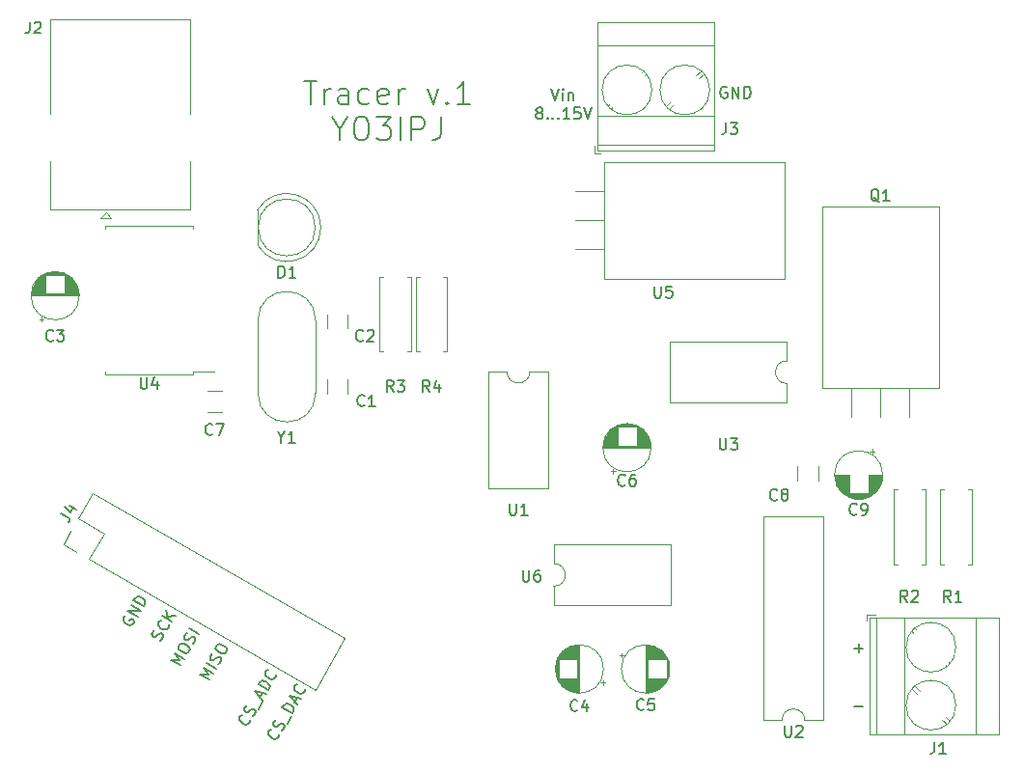
<source format=gto>
G04 #@! TF.GenerationSoftware,KiCad,Pcbnew,5.1.2-f72e74a~84~ubuntu18.04.1*
G04 #@! TF.CreationDate,2019-07-29T23:39:44+03:00*
G04 #@! TF.ProjectId,tracer,74726163-6572-42e6-9b69-6361645f7063,rev?*
G04 #@! TF.SameCoordinates,Original*
G04 #@! TF.FileFunction,Legend,Top*
G04 #@! TF.FilePolarity,Positive*
%FSLAX46Y46*%
G04 Gerber Fmt 4.6, Leading zero omitted, Abs format (unit mm)*
G04 Created by KiCad (PCBNEW 5.1.2-f72e74a~84~ubuntu18.04.1) date 2019-07-29 23:39:44*
%MOMM*%
%LPD*%
G04 APERTURE LIST*
%ADD10C,0.150000*%
%ADD11C,0.120000*%
G04 APERTURE END LIST*
D10*
X89491199Y-153655002D02*
X89508629Y-153720051D01*
X89478440Y-153867578D01*
X89430821Y-153950057D01*
X89318153Y-154049965D01*
X89188055Y-154084825D01*
X89081767Y-154078445D01*
X88893000Y-154024446D01*
X88769282Y-153953018D01*
X88628134Y-153816540D01*
X88569465Y-153727682D01*
X88534606Y-153597584D01*
X88564795Y-153450057D01*
X88612414Y-153367578D01*
X88725082Y-153267670D01*
X88790131Y-153250240D01*
X89722915Y-153348897D02*
X89835582Y-153248989D01*
X89954630Y-153042792D01*
X89961010Y-152936504D01*
X89943580Y-152871455D01*
X89884911Y-152782597D01*
X89802432Y-152734978D01*
X89696144Y-152728598D01*
X89631095Y-152746028D01*
X89542237Y-152804697D01*
X89405760Y-152945845D01*
X89316901Y-153004514D01*
X89251852Y-153021944D01*
X89145564Y-153015564D01*
X89063086Y-152967945D01*
X89004417Y-152879086D01*
X88986987Y-152814038D01*
X88993367Y-152707749D01*
X89112414Y-152501553D01*
X89225082Y-152401645D01*
X90227585Y-152760497D02*
X90608537Y-152100668D01*
X90645106Y-151846852D02*
X89779081Y-151346852D01*
X89898128Y-151140656D01*
X90010796Y-151040747D01*
X90140894Y-151005888D01*
X90247182Y-151012268D01*
X90435949Y-151066266D01*
X90559667Y-151137695D01*
X90700814Y-151274172D01*
X90759484Y-151363031D01*
X90794343Y-151493128D01*
X90764154Y-151640656D01*
X90645106Y-151846852D01*
X90873861Y-150879209D02*
X91111956Y-150466816D01*
X91073678Y-151104545D02*
X90374319Y-150315870D01*
X91407011Y-150527195D01*
X91776913Y-149696029D02*
X91794343Y-149761078D01*
X91764154Y-149908605D01*
X91716535Y-149991084D01*
X91603867Y-150090992D01*
X91473769Y-150125852D01*
X91367481Y-150119472D01*
X91178714Y-150065473D01*
X91054996Y-149994045D01*
X90913849Y-149857567D01*
X90855180Y-149768709D01*
X90820320Y-149638611D01*
X90850509Y-149491084D01*
X90898128Y-149408605D01*
X91010796Y-149308697D01*
X91075845Y-149291267D01*
X86951199Y-152385002D02*
X86968629Y-152450051D01*
X86938440Y-152597578D01*
X86890821Y-152680057D01*
X86778153Y-152779965D01*
X86648055Y-152814825D01*
X86541767Y-152808445D01*
X86353000Y-152754446D01*
X86229282Y-152683018D01*
X86088134Y-152546540D01*
X86029465Y-152457682D01*
X85994606Y-152327584D01*
X86024795Y-152180057D01*
X86072414Y-152097578D01*
X86185082Y-151997670D01*
X86250131Y-151980240D01*
X87182915Y-152078897D02*
X87295582Y-151978989D01*
X87414630Y-151772792D01*
X87421010Y-151666504D01*
X87403580Y-151601455D01*
X87344911Y-151512597D01*
X87262432Y-151464978D01*
X87156144Y-151458598D01*
X87091095Y-151476028D01*
X87002237Y-151534697D01*
X86865760Y-151675845D01*
X86776901Y-151734514D01*
X86711852Y-151751944D01*
X86605564Y-151745564D01*
X86523086Y-151697945D01*
X86464417Y-151609086D01*
X86446987Y-151544038D01*
X86453367Y-151437749D01*
X86572414Y-151231553D01*
X86685082Y-151131645D01*
X87687585Y-151490497D02*
X88068537Y-150830668D01*
X87833861Y-150475235D02*
X88071956Y-150062842D01*
X88033678Y-150700570D02*
X87334319Y-149911895D01*
X88367011Y-150123220D01*
X88533678Y-149834545D02*
X87667652Y-149334545D01*
X87786700Y-149128348D01*
X87899368Y-149028440D01*
X88029465Y-148993580D01*
X88135754Y-148999960D01*
X88324520Y-149053959D01*
X88448238Y-149125388D01*
X88589386Y-149261865D01*
X88648055Y-149350723D01*
X88682915Y-149480821D01*
X88652725Y-149628348D01*
X88533678Y-149834545D01*
X89236913Y-148426029D02*
X89254343Y-148491078D01*
X89224154Y-148638605D01*
X89176535Y-148721084D01*
X89063867Y-148820992D01*
X88933769Y-148855852D01*
X88827481Y-148849472D01*
X88638714Y-148795473D01*
X88514996Y-148724045D01*
X88373849Y-148587567D01*
X88315180Y-148498709D01*
X88280320Y-148368611D01*
X88310509Y-148221084D01*
X88358128Y-148138605D01*
X88470796Y-148038697D01*
X88535845Y-148021267D01*
X83426059Y-148907087D02*
X82560033Y-148407087D01*
X83345289Y-148475555D01*
X82893367Y-147829737D01*
X83759392Y-148329737D01*
X83997487Y-147917344D02*
X83131462Y-147417344D01*
X84170534Y-147522380D02*
X84283201Y-147422472D01*
X84402249Y-147216276D01*
X84408629Y-147109987D01*
X84391199Y-147044939D01*
X84332530Y-146956080D01*
X84250051Y-146908461D01*
X84143763Y-146902081D01*
X84078714Y-146919511D01*
X83989856Y-146978180D01*
X83853379Y-147119328D01*
X83764520Y-147177997D01*
X83699471Y-147195427D01*
X83593183Y-147189047D01*
X83510705Y-147141428D01*
X83452036Y-147052570D01*
X83434606Y-146987521D01*
X83440986Y-146881233D01*
X83560033Y-146675036D01*
X83672701Y-146575128D01*
X83940986Y-146015207D02*
X84036224Y-145850250D01*
X84125082Y-145791581D01*
X84255180Y-145756721D01*
X84443946Y-145810720D01*
X84732622Y-145977387D01*
X84873769Y-146113864D01*
X84908629Y-146243962D01*
X84902249Y-146350250D01*
X84807011Y-146515207D01*
X84718153Y-146573876D01*
X84588055Y-146608736D01*
X84399288Y-146554737D01*
X84110613Y-146388071D01*
X83969465Y-146251593D01*
X83934606Y-146121495D01*
X83940986Y-146015207D01*
X80886059Y-147637087D02*
X80020033Y-147137087D01*
X80805289Y-147205555D01*
X80353367Y-146559737D01*
X81219392Y-147059737D01*
X80686700Y-145982387D02*
X80781938Y-145817429D01*
X80870796Y-145758760D01*
X81000894Y-145723901D01*
X81189661Y-145777899D01*
X81478336Y-145944566D01*
X81619484Y-146081043D01*
X81654343Y-146211141D01*
X81647963Y-146317429D01*
X81552725Y-146482387D01*
X81463867Y-146541056D01*
X81333769Y-146575915D01*
X81145003Y-146521916D01*
X80856327Y-146355250D01*
X80715180Y-146218772D01*
X80680320Y-146088675D01*
X80686700Y-145982387D01*
X81916248Y-145757509D02*
X82028916Y-145657600D01*
X82147963Y-145451404D01*
X82154343Y-145345116D01*
X82136913Y-145280067D01*
X82078244Y-145191209D01*
X81995766Y-145143590D01*
X81889478Y-145137210D01*
X81824429Y-145154640D01*
X81735570Y-145213309D01*
X81599093Y-145354456D01*
X81510235Y-145413125D01*
X81445186Y-145430555D01*
X81338898Y-145424175D01*
X81256419Y-145376556D01*
X81197750Y-145287698D01*
X81180320Y-145222649D01*
X81186700Y-145116361D01*
X81305747Y-144910165D01*
X81418415Y-144810256D01*
X82457487Y-144915293D02*
X81591462Y-144415293D01*
X79082676Y-145460842D02*
X79195344Y-145360933D01*
X79314392Y-145154737D01*
X79320772Y-145048449D01*
X79303342Y-144983400D01*
X79244673Y-144894541D01*
X79162194Y-144846922D01*
X79055906Y-144840543D01*
X78990857Y-144857972D01*
X78901999Y-144916642D01*
X78765521Y-145057789D01*
X78676663Y-145116458D01*
X78611614Y-145133888D01*
X78505326Y-145127508D01*
X78422848Y-145079889D01*
X78364178Y-144991031D01*
X78346749Y-144925982D01*
X78353128Y-144819694D01*
X78472176Y-144613497D01*
X78584844Y-144513589D01*
X79827151Y-144076135D02*
X79844581Y-144141184D01*
X79814392Y-144288711D01*
X79766773Y-144371190D01*
X79654105Y-144471098D01*
X79524007Y-144505958D01*
X79417719Y-144499578D01*
X79228952Y-144445579D01*
X79105235Y-144374151D01*
X78964087Y-144237673D01*
X78905418Y-144148815D01*
X78870558Y-144018717D01*
X78900747Y-143871190D01*
X78948367Y-143788711D01*
X79061034Y-143688803D01*
X79126083Y-143671373D01*
X80123916Y-143752600D02*
X79257890Y-143252600D01*
X80409630Y-143257729D02*
X79700473Y-143343168D01*
X79543605Y-142757729D02*
X79752762Y-143538315D01*
X76021034Y-143284828D02*
X75932176Y-143343497D01*
X75860747Y-143467215D01*
X75830558Y-143614743D01*
X75865418Y-143744840D01*
X75924087Y-143833699D01*
X76065235Y-143970176D01*
X76188952Y-144041605D01*
X76377719Y-144095604D01*
X76484007Y-144101983D01*
X76614105Y-144067124D01*
X76726773Y-143967215D01*
X76774392Y-143884737D01*
X76804581Y-143737209D01*
X76787151Y-143672161D01*
X76498476Y-143505494D01*
X76403238Y-143670451D01*
X77083916Y-143348626D02*
X76217890Y-142848626D01*
X77369630Y-142853754D01*
X76503605Y-142353754D01*
X77607725Y-142441361D02*
X76741700Y-141941361D01*
X76860747Y-141735165D01*
X76973415Y-141635256D01*
X77103513Y-141600397D01*
X77209801Y-141606776D01*
X77398568Y-141660775D01*
X77522286Y-141732204D01*
X77663434Y-141868681D01*
X77722103Y-141957539D01*
X77756962Y-142087637D01*
X77726773Y-142235165D01*
X77607725Y-142441361D01*
X139954047Y-151201428D02*
X140715952Y-151201428D01*
X139954047Y-146121428D02*
X140715952Y-146121428D01*
X140335000Y-146502380D02*
X140335000Y-145740476D01*
X113403190Y-97052380D02*
X113736523Y-98052380D01*
X114069857Y-97052380D01*
X114403190Y-98052380D02*
X114403190Y-97385714D01*
X114403190Y-97052380D02*
X114355571Y-97100000D01*
X114403190Y-97147619D01*
X114450809Y-97100000D01*
X114403190Y-97052380D01*
X114403190Y-97147619D01*
X114879380Y-97385714D02*
X114879380Y-98052380D01*
X114879380Y-97480952D02*
X114927000Y-97433333D01*
X115022238Y-97385714D01*
X115165095Y-97385714D01*
X115260333Y-97433333D01*
X115307952Y-97528571D01*
X115307952Y-98052380D01*
X112236523Y-99130952D02*
X112141285Y-99083333D01*
X112093666Y-99035714D01*
X112046047Y-98940476D01*
X112046047Y-98892857D01*
X112093666Y-98797619D01*
X112141285Y-98750000D01*
X112236523Y-98702380D01*
X112427000Y-98702380D01*
X112522238Y-98750000D01*
X112569857Y-98797619D01*
X112617476Y-98892857D01*
X112617476Y-98940476D01*
X112569857Y-99035714D01*
X112522238Y-99083333D01*
X112427000Y-99130952D01*
X112236523Y-99130952D01*
X112141285Y-99178571D01*
X112093666Y-99226190D01*
X112046047Y-99321428D01*
X112046047Y-99511904D01*
X112093666Y-99607142D01*
X112141285Y-99654761D01*
X112236523Y-99702380D01*
X112427000Y-99702380D01*
X112522238Y-99654761D01*
X112569857Y-99607142D01*
X112617476Y-99511904D01*
X112617476Y-99321428D01*
X112569857Y-99226190D01*
X112522238Y-99178571D01*
X112427000Y-99130952D01*
X113046047Y-99607142D02*
X113093666Y-99654761D01*
X113046047Y-99702380D01*
X112998428Y-99654761D01*
X113046047Y-99607142D01*
X113046047Y-99702380D01*
X113522238Y-99607142D02*
X113569857Y-99654761D01*
X113522238Y-99702380D01*
X113474619Y-99654761D01*
X113522238Y-99607142D01*
X113522238Y-99702380D01*
X113998428Y-99607142D02*
X114046047Y-99654761D01*
X113998428Y-99702380D01*
X113950809Y-99654761D01*
X113998428Y-99607142D01*
X113998428Y-99702380D01*
X114998428Y-99702380D02*
X114427000Y-99702380D01*
X114712714Y-99702380D02*
X114712714Y-98702380D01*
X114617476Y-98845238D01*
X114522238Y-98940476D01*
X114427000Y-98988095D01*
X115903190Y-98702380D02*
X115427000Y-98702380D01*
X115379380Y-99178571D01*
X115427000Y-99130952D01*
X115522238Y-99083333D01*
X115760333Y-99083333D01*
X115855571Y-99130952D01*
X115903190Y-99178571D01*
X115950809Y-99273809D01*
X115950809Y-99511904D01*
X115903190Y-99607142D01*
X115855571Y-99654761D01*
X115760333Y-99702380D01*
X115522238Y-99702380D01*
X115427000Y-99654761D01*
X115379380Y-99607142D01*
X116236523Y-98702380D02*
X116569857Y-99702380D01*
X116903190Y-98702380D01*
X128778095Y-96909000D02*
X128682857Y-96861380D01*
X128540000Y-96861380D01*
X128397142Y-96909000D01*
X128301904Y-97004238D01*
X128254285Y-97099476D01*
X128206666Y-97289952D01*
X128206666Y-97432809D01*
X128254285Y-97623285D01*
X128301904Y-97718523D01*
X128397142Y-97813761D01*
X128540000Y-97861380D01*
X128635238Y-97861380D01*
X128778095Y-97813761D01*
X128825714Y-97766142D01*
X128825714Y-97432809D01*
X128635238Y-97432809D01*
X129254285Y-97861380D02*
X129254285Y-96861380D01*
X129825714Y-97861380D01*
X129825714Y-96861380D01*
X130301904Y-97861380D02*
X130301904Y-96861380D01*
X130540000Y-96861380D01*
X130682857Y-96909000D01*
X130778095Y-97004238D01*
X130825714Y-97099476D01*
X130873333Y-97289952D01*
X130873333Y-97432809D01*
X130825714Y-97623285D01*
X130778095Y-97718523D01*
X130682857Y-97813761D01*
X130540000Y-97861380D01*
X130301904Y-97861380D01*
X91679047Y-96389761D02*
X92821904Y-96389761D01*
X92250476Y-98389761D02*
X92250476Y-96389761D01*
X93488571Y-98389761D02*
X93488571Y-97056428D01*
X93488571Y-97437380D02*
X93583809Y-97246904D01*
X93679047Y-97151666D01*
X93869523Y-97056428D01*
X94060000Y-97056428D01*
X95583809Y-98389761D02*
X95583809Y-97342142D01*
X95488571Y-97151666D01*
X95298095Y-97056428D01*
X94917142Y-97056428D01*
X94726666Y-97151666D01*
X95583809Y-98294523D02*
X95393333Y-98389761D01*
X94917142Y-98389761D01*
X94726666Y-98294523D01*
X94631428Y-98104047D01*
X94631428Y-97913571D01*
X94726666Y-97723095D01*
X94917142Y-97627857D01*
X95393333Y-97627857D01*
X95583809Y-97532619D01*
X97393333Y-98294523D02*
X97202857Y-98389761D01*
X96821904Y-98389761D01*
X96631428Y-98294523D01*
X96536190Y-98199285D01*
X96440952Y-98008809D01*
X96440952Y-97437380D01*
X96536190Y-97246904D01*
X96631428Y-97151666D01*
X96821904Y-97056428D01*
X97202857Y-97056428D01*
X97393333Y-97151666D01*
X99012380Y-98294523D02*
X98821904Y-98389761D01*
X98440952Y-98389761D01*
X98250476Y-98294523D01*
X98155238Y-98104047D01*
X98155238Y-97342142D01*
X98250476Y-97151666D01*
X98440952Y-97056428D01*
X98821904Y-97056428D01*
X99012380Y-97151666D01*
X99107619Y-97342142D01*
X99107619Y-97532619D01*
X98155238Y-97723095D01*
X99964761Y-98389761D02*
X99964761Y-97056428D01*
X99964761Y-97437380D02*
X100060000Y-97246904D01*
X100155238Y-97151666D01*
X100345714Y-97056428D01*
X100536190Y-97056428D01*
X102536190Y-97056428D02*
X103012380Y-98389761D01*
X103488571Y-97056428D01*
X104250476Y-98199285D02*
X104345714Y-98294523D01*
X104250476Y-98389761D01*
X104155238Y-98294523D01*
X104250476Y-98199285D01*
X104250476Y-98389761D01*
X106250476Y-98389761D02*
X105107619Y-98389761D01*
X105679047Y-98389761D02*
X105679047Y-96389761D01*
X105488571Y-96675476D01*
X105298095Y-96865952D01*
X105107619Y-96961190D01*
X94821904Y-100587380D02*
X94821904Y-101539761D01*
X94155238Y-99539761D02*
X94821904Y-100587380D01*
X95488571Y-99539761D01*
X96536190Y-99539761D02*
X96917142Y-99539761D01*
X97107619Y-99635000D01*
X97298095Y-99825476D01*
X97393333Y-100206428D01*
X97393333Y-100873095D01*
X97298095Y-101254047D01*
X97107619Y-101444523D01*
X96917142Y-101539761D01*
X96536190Y-101539761D01*
X96345714Y-101444523D01*
X96155238Y-101254047D01*
X96060000Y-100873095D01*
X96060000Y-100206428D01*
X96155238Y-99825476D01*
X96345714Y-99635000D01*
X96536190Y-99539761D01*
X98060000Y-99539761D02*
X99298095Y-99539761D01*
X98631428Y-100301666D01*
X98917142Y-100301666D01*
X99107619Y-100396904D01*
X99202857Y-100492142D01*
X99298095Y-100682619D01*
X99298095Y-101158809D01*
X99202857Y-101349285D01*
X99107619Y-101444523D01*
X98917142Y-101539761D01*
X98345714Y-101539761D01*
X98155238Y-101444523D01*
X98060000Y-101349285D01*
X100155238Y-101539761D02*
X100155238Y-99539761D01*
X101107619Y-101539761D02*
X101107619Y-99539761D01*
X101869523Y-99539761D01*
X102060000Y-99635000D01*
X102155238Y-99730238D01*
X102250476Y-99920714D01*
X102250476Y-100206428D01*
X102155238Y-100396904D01*
X102060000Y-100492142D01*
X101869523Y-100587380D01*
X101107619Y-100587380D01*
X103679047Y-99539761D02*
X103679047Y-100968333D01*
X103583809Y-101254047D01*
X103393333Y-101444523D01*
X103107619Y-101539761D01*
X102917142Y-101539761D01*
D11*
X70573186Y-137011814D02*
X71238186Y-135860000D01*
X71725000Y-137676814D02*
X70573186Y-137011814D01*
X71873186Y-134760148D02*
X73173186Y-132508482D01*
X74124852Y-136060148D02*
X71873186Y-134760148D01*
X72824852Y-138311814D02*
X74124852Y-136060148D01*
X73173186Y-132508482D02*
X95274155Y-145268482D01*
X72824852Y-138311814D02*
X92674155Y-149771814D01*
X92674155Y-149771814D02*
X95274155Y-145268482D01*
X134045000Y-124570000D02*
X134045000Y-122920000D01*
X123765000Y-124570000D02*
X134045000Y-124570000D01*
X123765000Y-119270000D02*
X123765000Y-124570000D01*
X134045000Y-119270000D02*
X123765000Y-119270000D01*
X134045000Y-120920000D02*
X134045000Y-119270000D01*
X134045000Y-122920000D02*
G75*
G02X134045000Y-120920000I0J1000000D01*
G01*
X141730000Y-128855199D02*
X141330000Y-128855199D01*
X141530000Y-128655199D02*
X141530000Y-129055199D01*
X140705000Y-133006000D02*
X139965000Y-133006000D01*
X140872000Y-132966000D02*
X139798000Y-132966000D01*
X140999000Y-132926000D02*
X139671000Y-132926000D01*
X141103000Y-132886000D02*
X139567000Y-132886000D01*
X141194000Y-132846000D02*
X139476000Y-132846000D01*
X141275000Y-132806000D02*
X139395000Y-132806000D01*
X141348000Y-132766000D02*
X139322000Y-132766000D01*
X141415000Y-132726000D02*
X139255000Y-132726000D01*
X141477000Y-132686000D02*
X139193000Y-132686000D01*
X141535000Y-132646000D02*
X139135000Y-132646000D01*
X141589000Y-132606000D02*
X139081000Y-132606000D01*
X141639000Y-132566000D02*
X139031000Y-132566000D01*
X141686000Y-132526000D02*
X138984000Y-132526000D01*
X139495000Y-132486000D02*
X138939000Y-132486000D01*
X141731000Y-132486000D02*
X141175000Y-132486000D01*
X139495000Y-132446000D02*
X138897000Y-132446000D01*
X141773000Y-132446000D02*
X141175000Y-132446000D01*
X139495000Y-132406000D02*
X138857000Y-132406000D01*
X141813000Y-132406000D02*
X141175000Y-132406000D01*
X139495000Y-132366000D02*
X138819000Y-132366000D01*
X141851000Y-132366000D02*
X141175000Y-132366000D01*
X139495000Y-132326000D02*
X138783000Y-132326000D01*
X141887000Y-132326000D02*
X141175000Y-132326000D01*
X139495000Y-132286000D02*
X138748000Y-132286000D01*
X141922000Y-132286000D02*
X141175000Y-132286000D01*
X139495000Y-132246000D02*
X138716000Y-132246000D01*
X141954000Y-132246000D02*
X141175000Y-132246000D01*
X139495000Y-132206000D02*
X138685000Y-132206000D01*
X141985000Y-132206000D02*
X141175000Y-132206000D01*
X139495000Y-132166000D02*
X138655000Y-132166000D01*
X142015000Y-132166000D02*
X141175000Y-132166000D01*
X139495000Y-132126000D02*
X138627000Y-132126000D01*
X142043000Y-132126000D02*
X141175000Y-132126000D01*
X139495000Y-132086000D02*
X138600000Y-132086000D01*
X142070000Y-132086000D02*
X141175000Y-132086000D01*
X139495000Y-132046000D02*
X138575000Y-132046000D01*
X142095000Y-132046000D02*
X141175000Y-132046000D01*
X139495000Y-132006000D02*
X138550000Y-132006000D01*
X142120000Y-132006000D02*
X141175000Y-132006000D01*
X139495000Y-131966000D02*
X138527000Y-131966000D01*
X142143000Y-131966000D02*
X141175000Y-131966000D01*
X139495000Y-131926000D02*
X138505000Y-131926000D01*
X142165000Y-131926000D02*
X141175000Y-131926000D01*
X139495000Y-131886000D02*
X138484000Y-131886000D01*
X142186000Y-131886000D02*
X141175000Y-131886000D01*
X139495000Y-131846000D02*
X138465000Y-131846000D01*
X142205000Y-131846000D02*
X141175000Y-131846000D01*
X139495000Y-131806000D02*
X138446000Y-131806000D01*
X142224000Y-131806000D02*
X141175000Y-131806000D01*
X139495000Y-131766000D02*
X138428000Y-131766000D01*
X142242000Y-131766000D02*
X141175000Y-131766000D01*
X139495000Y-131726000D02*
X138411000Y-131726000D01*
X142259000Y-131726000D02*
X141175000Y-131726000D01*
X139495000Y-131686000D02*
X138395000Y-131686000D01*
X142275000Y-131686000D02*
X141175000Y-131686000D01*
X139495000Y-131646000D02*
X138381000Y-131646000D01*
X142289000Y-131646000D02*
X141175000Y-131646000D01*
X139495000Y-131605000D02*
X138367000Y-131605000D01*
X142303000Y-131605000D02*
X141175000Y-131605000D01*
X139495000Y-131565000D02*
X138353000Y-131565000D01*
X142317000Y-131565000D02*
X141175000Y-131565000D01*
X139495000Y-131525000D02*
X138341000Y-131525000D01*
X142329000Y-131525000D02*
X141175000Y-131525000D01*
X139495000Y-131485000D02*
X138330000Y-131485000D01*
X142340000Y-131485000D02*
X141175000Y-131485000D01*
X139495000Y-131445000D02*
X138319000Y-131445000D01*
X142351000Y-131445000D02*
X141175000Y-131445000D01*
X139495000Y-131405000D02*
X138310000Y-131405000D01*
X142360000Y-131405000D02*
X141175000Y-131405000D01*
X139495000Y-131365000D02*
X138301000Y-131365000D01*
X142369000Y-131365000D02*
X141175000Y-131365000D01*
X139495000Y-131325000D02*
X138293000Y-131325000D01*
X142377000Y-131325000D02*
X141175000Y-131325000D01*
X139495000Y-131285000D02*
X138285000Y-131285000D01*
X142385000Y-131285000D02*
X141175000Y-131285000D01*
X139495000Y-131245000D02*
X138279000Y-131245000D01*
X142391000Y-131245000D02*
X141175000Y-131245000D01*
X139495000Y-131205000D02*
X138273000Y-131205000D01*
X142397000Y-131205000D02*
X141175000Y-131205000D01*
X139495000Y-131165000D02*
X138268000Y-131165000D01*
X142402000Y-131165000D02*
X141175000Y-131165000D01*
X139495000Y-131125000D02*
X138264000Y-131125000D01*
X142406000Y-131125000D02*
X141175000Y-131125000D01*
X139495000Y-131085000D02*
X138261000Y-131085000D01*
X142409000Y-131085000D02*
X141175000Y-131085000D01*
X139495000Y-131045000D02*
X138258000Y-131045000D01*
X142412000Y-131045000D02*
X141175000Y-131045000D01*
X142414000Y-131005000D02*
X141175000Y-131005000D01*
X139495000Y-131005000D02*
X138256000Y-131005000D01*
X142415000Y-130965000D02*
X141175000Y-130965000D01*
X139495000Y-130965000D02*
X138255000Y-130965000D01*
X142415000Y-130925000D02*
X141175000Y-130925000D01*
X139495000Y-130925000D02*
X138255000Y-130925000D01*
X142455000Y-130925000D02*
G75*
G03X142455000Y-130925000I-2120000J0D01*
G01*
X136810000Y-131459000D02*
X136810000Y-130201000D01*
X134970000Y-131459000D02*
X134970000Y-130201000D01*
X83211000Y-125380000D02*
X84469000Y-125380000D01*
X83211000Y-123540000D02*
X84469000Y-123540000D01*
X117175000Y-102755000D02*
X117675000Y-102755000D01*
X117175000Y-102015000D02*
X117175000Y-102755000D01*
X123837000Y-98147000D02*
X123442000Y-98543000D01*
X126483000Y-95501000D02*
X126103000Y-95881000D01*
X124088000Y-98429000D02*
X123708000Y-98809000D01*
X126749000Y-95767000D02*
X126354000Y-96163000D01*
X118467000Y-98436000D02*
X118361000Y-98543000D01*
X121403000Y-95501000D02*
X121296000Y-95608000D01*
X118733000Y-98702000D02*
X118627000Y-98809000D01*
X121669000Y-95767000D02*
X121562000Y-95874000D01*
X127695000Y-91195000D02*
X127695000Y-102515000D01*
X117415000Y-91195000D02*
X117415000Y-102515000D01*
X117415000Y-102515000D02*
X127695000Y-102515000D01*
X117415000Y-91195000D02*
X127695000Y-91195000D01*
X117415000Y-93255000D02*
X127695000Y-93255000D01*
X117415000Y-99455000D02*
X127695000Y-99455000D01*
X117415000Y-101955000D02*
X127695000Y-101955000D01*
X127275000Y-97155000D02*
G75*
G03X127275000Y-97155000I-2180000J0D01*
G01*
X122195000Y-97155000D02*
G75*
G03X122195000Y-97155000I-2180000J0D01*
G01*
X141085000Y-143210000D02*
X141085000Y-143710000D01*
X141825000Y-143210000D02*
X141085000Y-143210000D01*
X145693000Y-149872000D02*
X145297000Y-149477000D01*
X148339000Y-152518000D02*
X147959000Y-152138000D01*
X145411000Y-150123000D02*
X145031000Y-149743000D01*
X148073000Y-152784000D02*
X147677000Y-152389000D01*
X145404000Y-144502000D02*
X145297000Y-144396000D01*
X148339000Y-147438000D02*
X148232000Y-147331000D01*
X145138000Y-144768000D02*
X145031000Y-144662000D01*
X148073000Y-147704000D02*
X147966000Y-147597000D01*
X152645000Y-153730000D02*
X141325000Y-153730000D01*
X152645000Y-143450000D02*
X141325000Y-143450000D01*
X141325000Y-143450000D02*
X141325000Y-153730000D01*
X152645000Y-143450000D02*
X152645000Y-153730000D01*
X150585000Y-143450000D02*
X150585000Y-153730000D01*
X144385000Y-143450000D02*
X144385000Y-153730000D01*
X141885000Y-143450000D02*
X141885000Y-153730000D01*
X148865000Y-151130000D02*
G75*
G03X148865000Y-151130000I-2180000J0D01*
G01*
X148865000Y-146050000D02*
G75*
G03X148865000Y-146050000I-2180000J0D01*
G01*
X118620000Y-130609801D02*
X119020000Y-130609801D01*
X118820000Y-130809801D02*
X118820000Y-130409801D01*
X119645000Y-126459000D02*
X120385000Y-126459000D01*
X119478000Y-126499000D02*
X120552000Y-126499000D01*
X119351000Y-126539000D02*
X120679000Y-126539000D01*
X119247000Y-126579000D02*
X120783000Y-126579000D01*
X119156000Y-126619000D02*
X120874000Y-126619000D01*
X119075000Y-126659000D02*
X120955000Y-126659000D01*
X119002000Y-126699000D02*
X121028000Y-126699000D01*
X120855000Y-126739000D02*
X121095000Y-126739000D01*
X118935000Y-126739000D02*
X119175000Y-126739000D01*
X120855000Y-126779000D02*
X121157000Y-126779000D01*
X118873000Y-126779000D02*
X119175000Y-126779000D01*
X120855000Y-126819000D02*
X121215000Y-126819000D01*
X118815000Y-126819000D02*
X119175000Y-126819000D01*
X120855000Y-126859000D02*
X121269000Y-126859000D01*
X118761000Y-126859000D02*
X119175000Y-126859000D01*
X120855000Y-126899000D02*
X121319000Y-126899000D01*
X118711000Y-126899000D02*
X119175000Y-126899000D01*
X120855000Y-126939000D02*
X121366000Y-126939000D01*
X118664000Y-126939000D02*
X119175000Y-126939000D01*
X120855000Y-126979000D02*
X121411000Y-126979000D01*
X118619000Y-126979000D02*
X119175000Y-126979000D01*
X120855000Y-127019000D02*
X121453000Y-127019000D01*
X118577000Y-127019000D02*
X119175000Y-127019000D01*
X120855000Y-127059000D02*
X121493000Y-127059000D01*
X118537000Y-127059000D02*
X119175000Y-127059000D01*
X120855000Y-127099000D02*
X121531000Y-127099000D01*
X118499000Y-127099000D02*
X119175000Y-127099000D01*
X120855000Y-127139000D02*
X121567000Y-127139000D01*
X118463000Y-127139000D02*
X119175000Y-127139000D01*
X120855000Y-127179000D02*
X121602000Y-127179000D01*
X118428000Y-127179000D02*
X119175000Y-127179000D01*
X120855000Y-127219000D02*
X121634000Y-127219000D01*
X118396000Y-127219000D02*
X119175000Y-127219000D01*
X120855000Y-127259000D02*
X121665000Y-127259000D01*
X118365000Y-127259000D02*
X119175000Y-127259000D01*
X120855000Y-127299000D02*
X121695000Y-127299000D01*
X118335000Y-127299000D02*
X119175000Y-127299000D01*
X120855000Y-127339000D02*
X121723000Y-127339000D01*
X118307000Y-127339000D02*
X119175000Y-127339000D01*
X120855000Y-127379000D02*
X121750000Y-127379000D01*
X118280000Y-127379000D02*
X119175000Y-127379000D01*
X120855000Y-127419000D02*
X121775000Y-127419000D01*
X118255000Y-127419000D02*
X119175000Y-127419000D01*
X120855000Y-127459000D02*
X121800000Y-127459000D01*
X118230000Y-127459000D02*
X119175000Y-127459000D01*
X120855000Y-127499000D02*
X121823000Y-127499000D01*
X118207000Y-127499000D02*
X119175000Y-127499000D01*
X120855000Y-127539000D02*
X121845000Y-127539000D01*
X118185000Y-127539000D02*
X119175000Y-127539000D01*
X120855000Y-127579000D02*
X121866000Y-127579000D01*
X118164000Y-127579000D02*
X119175000Y-127579000D01*
X120855000Y-127619000D02*
X121885000Y-127619000D01*
X118145000Y-127619000D02*
X119175000Y-127619000D01*
X120855000Y-127659000D02*
X121904000Y-127659000D01*
X118126000Y-127659000D02*
X119175000Y-127659000D01*
X120855000Y-127699000D02*
X121922000Y-127699000D01*
X118108000Y-127699000D02*
X119175000Y-127699000D01*
X120855000Y-127739000D02*
X121939000Y-127739000D01*
X118091000Y-127739000D02*
X119175000Y-127739000D01*
X120855000Y-127779000D02*
X121955000Y-127779000D01*
X118075000Y-127779000D02*
X119175000Y-127779000D01*
X120855000Y-127819000D02*
X121969000Y-127819000D01*
X118061000Y-127819000D02*
X119175000Y-127819000D01*
X120855000Y-127860000D02*
X121983000Y-127860000D01*
X118047000Y-127860000D02*
X119175000Y-127860000D01*
X120855000Y-127900000D02*
X121997000Y-127900000D01*
X118033000Y-127900000D02*
X119175000Y-127900000D01*
X120855000Y-127940000D02*
X122009000Y-127940000D01*
X118021000Y-127940000D02*
X119175000Y-127940000D01*
X120855000Y-127980000D02*
X122020000Y-127980000D01*
X118010000Y-127980000D02*
X119175000Y-127980000D01*
X120855000Y-128020000D02*
X122031000Y-128020000D01*
X117999000Y-128020000D02*
X119175000Y-128020000D01*
X120855000Y-128060000D02*
X122040000Y-128060000D01*
X117990000Y-128060000D02*
X119175000Y-128060000D01*
X120855000Y-128100000D02*
X122049000Y-128100000D01*
X117981000Y-128100000D02*
X119175000Y-128100000D01*
X120855000Y-128140000D02*
X122057000Y-128140000D01*
X117973000Y-128140000D02*
X119175000Y-128140000D01*
X120855000Y-128180000D02*
X122065000Y-128180000D01*
X117965000Y-128180000D02*
X119175000Y-128180000D01*
X120855000Y-128220000D02*
X122071000Y-128220000D01*
X117959000Y-128220000D02*
X119175000Y-128220000D01*
X120855000Y-128260000D02*
X122077000Y-128260000D01*
X117953000Y-128260000D02*
X119175000Y-128260000D01*
X120855000Y-128300000D02*
X122082000Y-128300000D01*
X117948000Y-128300000D02*
X119175000Y-128300000D01*
X120855000Y-128340000D02*
X122086000Y-128340000D01*
X117944000Y-128340000D02*
X119175000Y-128340000D01*
X117941000Y-128380000D02*
X122089000Y-128380000D01*
X117938000Y-128420000D02*
X122092000Y-128420000D01*
X117936000Y-128460000D02*
X122094000Y-128460000D01*
X117935000Y-128500000D02*
X122095000Y-128500000D01*
X117935000Y-128540000D02*
X122095000Y-128540000D01*
X122135000Y-128540000D02*
G75*
G03X122135000Y-128540000I-2120000J0D01*
G01*
X119580199Y-146560000D02*
X119580199Y-146960000D01*
X119380199Y-146760000D02*
X119780199Y-146760000D01*
X123731000Y-147585000D02*
X123731000Y-148325000D01*
X123691000Y-147418000D02*
X123691000Y-148492000D01*
X123651000Y-147291000D02*
X123651000Y-148619000D01*
X123611000Y-147187000D02*
X123611000Y-148723000D01*
X123571000Y-147096000D02*
X123571000Y-148814000D01*
X123531000Y-147015000D02*
X123531000Y-148895000D01*
X123491000Y-146942000D02*
X123491000Y-148968000D01*
X123451000Y-148795000D02*
X123451000Y-149035000D01*
X123451000Y-146875000D02*
X123451000Y-147115000D01*
X123411000Y-148795000D02*
X123411000Y-149097000D01*
X123411000Y-146813000D02*
X123411000Y-147115000D01*
X123371000Y-148795000D02*
X123371000Y-149155000D01*
X123371000Y-146755000D02*
X123371000Y-147115000D01*
X123331000Y-148795000D02*
X123331000Y-149209000D01*
X123331000Y-146701000D02*
X123331000Y-147115000D01*
X123291000Y-148795000D02*
X123291000Y-149259000D01*
X123291000Y-146651000D02*
X123291000Y-147115000D01*
X123251000Y-148795000D02*
X123251000Y-149306000D01*
X123251000Y-146604000D02*
X123251000Y-147115000D01*
X123211000Y-148795000D02*
X123211000Y-149351000D01*
X123211000Y-146559000D02*
X123211000Y-147115000D01*
X123171000Y-148795000D02*
X123171000Y-149393000D01*
X123171000Y-146517000D02*
X123171000Y-147115000D01*
X123131000Y-148795000D02*
X123131000Y-149433000D01*
X123131000Y-146477000D02*
X123131000Y-147115000D01*
X123091000Y-148795000D02*
X123091000Y-149471000D01*
X123091000Y-146439000D02*
X123091000Y-147115000D01*
X123051000Y-148795000D02*
X123051000Y-149507000D01*
X123051000Y-146403000D02*
X123051000Y-147115000D01*
X123011000Y-148795000D02*
X123011000Y-149542000D01*
X123011000Y-146368000D02*
X123011000Y-147115000D01*
X122971000Y-148795000D02*
X122971000Y-149574000D01*
X122971000Y-146336000D02*
X122971000Y-147115000D01*
X122931000Y-148795000D02*
X122931000Y-149605000D01*
X122931000Y-146305000D02*
X122931000Y-147115000D01*
X122891000Y-148795000D02*
X122891000Y-149635000D01*
X122891000Y-146275000D02*
X122891000Y-147115000D01*
X122851000Y-148795000D02*
X122851000Y-149663000D01*
X122851000Y-146247000D02*
X122851000Y-147115000D01*
X122811000Y-148795000D02*
X122811000Y-149690000D01*
X122811000Y-146220000D02*
X122811000Y-147115000D01*
X122771000Y-148795000D02*
X122771000Y-149715000D01*
X122771000Y-146195000D02*
X122771000Y-147115000D01*
X122731000Y-148795000D02*
X122731000Y-149740000D01*
X122731000Y-146170000D02*
X122731000Y-147115000D01*
X122691000Y-148795000D02*
X122691000Y-149763000D01*
X122691000Y-146147000D02*
X122691000Y-147115000D01*
X122651000Y-148795000D02*
X122651000Y-149785000D01*
X122651000Y-146125000D02*
X122651000Y-147115000D01*
X122611000Y-148795000D02*
X122611000Y-149806000D01*
X122611000Y-146104000D02*
X122611000Y-147115000D01*
X122571000Y-148795000D02*
X122571000Y-149825000D01*
X122571000Y-146085000D02*
X122571000Y-147115000D01*
X122531000Y-148795000D02*
X122531000Y-149844000D01*
X122531000Y-146066000D02*
X122531000Y-147115000D01*
X122491000Y-148795000D02*
X122491000Y-149862000D01*
X122491000Y-146048000D02*
X122491000Y-147115000D01*
X122451000Y-148795000D02*
X122451000Y-149879000D01*
X122451000Y-146031000D02*
X122451000Y-147115000D01*
X122411000Y-148795000D02*
X122411000Y-149895000D01*
X122411000Y-146015000D02*
X122411000Y-147115000D01*
X122371000Y-148795000D02*
X122371000Y-149909000D01*
X122371000Y-146001000D02*
X122371000Y-147115000D01*
X122330000Y-148795000D02*
X122330000Y-149923000D01*
X122330000Y-145987000D02*
X122330000Y-147115000D01*
X122290000Y-148795000D02*
X122290000Y-149937000D01*
X122290000Y-145973000D02*
X122290000Y-147115000D01*
X122250000Y-148795000D02*
X122250000Y-149949000D01*
X122250000Y-145961000D02*
X122250000Y-147115000D01*
X122210000Y-148795000D02*
X122210000Y-149960000D01*
X122210000Y-145950000D02*
X122210000Y-147115000D01*
X122170000Y-148795000D02*
X122170000Y-149971000D01*
X122170000Y-145939000D02*
X122170000Y-147115000D01*
X122130000Y-148795000D02*
X122130000Y-149980000D01*
X122130000Y-145930000D02*
X122130000Y-147115000D01*
X122090000Y-148795000D02*
X122090000Y-149989000D01*
X122090000Y-145921000D02*
X122090000Y-147115000D01*
X122050000Y-148795000D02*
X122050000Y-149997000D01*
X122050000Y-145913000D02*
X122050000Y-147115000D01*
X122010000Y-148795000D02*
X122010000Y-150005000D01*
X122010000Y-145905000D02*
X122010000Y-147115000D01*
X121970000Y-148795000D02*
X121970000Y-150011000D01*
X121970000Y-145899000D02*
X121970000Y-147115000D01*
X121930000Y-148795000D02*
X121930000Y-150017000D01*
X121930000Y-145893000D02*
X121930000Y-147115000D01*
X121890000Y-148795000D02*
X121890000Y-150022000D01*
X121890000Y-145888000D02*
X121890000Y-147115000D01*
X121850000Y-148795000D02*
X121850000Y-150026000D01*
X121850000Y-145884000D02*
X121850000Y-147115000D01*
X121810000Y-145881000D02*
X121810000Y-150029000D01*
X121770000Y-145878000D02*
X121770000Y-150032000D01*
X121730000Y-145876000D02*
X121730000Y-150034000D01*
X121690000Y-145875000D02*
X121690000Y-150035000D01*
X121650000Y-145875000D02*
X121650000Y-150035000D01*
X123770000Y-147955000D02*
G75*
G03X123770000Y-147955000I-2120000J0D01*
G01*
X117909801Y-149350000D02*
X117909801Y-148950000D01*
X118109801Y-149150000D02*
X117709801Y-149150000D01*
X113759000Y-148325000D02*
X113759000Y-147585000D01*
X113799000Y-148492000D02*
X113799000Y-147418000D01*
X113839000Y-148619000D02*
X113839000Y-147291000D01*
X113879000Y-148723000D02*
X113879000Y-147187000D01*
X113919000Y-148814000D02*
X113919000Y-147096000D01*
X113959000Y-148895000D02*
X113959000Y-147015000D01*
X113999000Y-148968000D02*
X113999000Y-146942000D01*
X114039000Y-147115000D02*
X114039000Y-146875000D01*
X114039000Y-149035000D02*
X114039000Y-148795000D01*
X114079000Y-147115000D02*
X114079000Y-146813000D01*
X114079000Y-149097000D02*
X114079000Y-148795000D01*
X114119000Y-147115000D02*
X114119000Y-146755000D01*
X114119000Y-149155000D02*
X114119000Y-148795000D01*
X114159000Y-147115000D02*
X114159000Y-146701000D01*
X114159000Y-149209000D02*
X114159000Y-148795000D01*
X114199000Y-147115000D02*
X114199000Y-146651000D01*
X114199000Y-149259000D02*
X114199000Y-148795000D01*
X114239000Y-147115000D02*
X114239000Y-146604000D01*
X114239000Y-149306000D02*
X114239000Y-148795000D01*
X114279000Y-147115000D02*
X114279000Y-146559000D01*
X114279000Y-149351000D02*
X114279000Y-148795000D01*
X114319000Y-147115000D02*
X114319000Y-146517000D01*
X114319000Y-149393000D02*
X114319000Y-148795000D01*
X114359000Y-147115000D02*
X114359000Y-146477000D01*
X114359000Y-149433000D02*
X114359000Y-148795000D01*
X114399000Y-147115000D02*
X114399000Y-146439000D01*
X114399000Y-149471000D02*
X114399000Y-148795000D01*
X114439000Y-147115000D02*
X114439000Y-146403000D01*
X114439000Y-149507000D02*
X114439000Y-148795000D01*
X114479000Y-147115000D02*
X114479000Y-146368000D01*
X114479000Y-149542000D02*
X114479000Y-148795000D01*
X114519000Y-147115000D02*
X114519000Y-146336000D01*
X114519000Y-149574000D02*
X114519000Y-148795000D01*
X114559000Y-147115000D02*
X114559000Y-146305000D01*
X114559000Y-149605000D02*
X114559000Y-148795000D01*
X114599000Y-147115000D02*
X114599000Y-146275000D01*
X114599000Y-149635000D02*
X114599000Y-148795000D01*
X114639000Y-147115000D02*
X114639000Y-146247000D01*
X114639000Y-149663000D02*
X114639000Y-148795000D01*
X114679000Y-147115000D02*
X114679000Y-146220000D01*
X114679000Y-149690000D02*
X114679000Y-148795000D01*
X114719000Y-147115000D02*
X114719000Y-146195000D01*
X114719000Y-149715000D02*
X114719000Y-148795000D01*
X114759000Y-147115000D02*
X114759000Y-146170000D01*
X114759000Y-149740000D02*
X114759000Y-148795000D01*
X114799000Y-147115000D02*
X114799000Y-146147000D01*
X114799000Y-149763000D02*
X114799000Y-148795000D01*
X114839000Y-147115000D02*
X114839000Y-146125000D01*
X114839000Y-149785000D02*
X114839000Y-148795000D01*
X114879000Y-147115000D02*
X114879000Y-146104000D01*
X114879000Y-149806000D02*
X114879000Y-148795000D01*
X114919000Y-147115000D02*
X114919000Y-146085000D01*
X114919000Y-149825000D02*
X114919000Y-148795000D01*
X114959000Y-147115000D02*
X114959000Y-146066000D01*
X114959000Y-149844000D02*
X114959000Y-148795000D01*
X114999000Y-147115000D02*
X114999000Y-146048000D01*
X114999000Y-149862000D02*
X114999000Y-148795000D01*
X115039000Y-147115000D02*
X115039000Y-146031000D01*
X115039000Y-149879000D02*
X115039000Y-148795000D01*
X115079000Y-147115000D02*
X115079000Y-146015000D01*
X115079000Y-149895000D02*
X115079000Y-148795000D01*
X115119000Y-147115000D02*
X115119000Y-146001000D01*
X115119000Y-149909000D02*
X115119000Y-148795000D01*
X115160000Y-147115000D02*
X115160000Y-145987000D01*
X115160000Y-149923000D02*
X115160000Y-148795000D01*
X115200000Y-147115000D02*
X115200000Y-145973000D01*
X115200000Y-149937000D02*
X115200000Y-148795000D01*
X115240000Y-147115000D02*
X115240000Y-145961000D01*
X115240000Y-149949000D02*
X115240000Y-148795000D01*
X115280000Y-147115000D02*
X115280000Y-145950000D01*
X115280000Y-149960000D02*
X115280000Y-148795000D01*
X115320000Y-147115000D02*
X115320000Y-145939000D01*
X115320000Y-149971000D02*
X115320000Y-148795000D01*
X115360000Y-147115000D02*
X115360000Y-145930000D01*
X115360000Y-149980000D02*
X115360000Y-148795000D01*
X115400000Y-147115000D02*
X115400000Y-145921000D01*
X115400000Y-149989000D02*
X115400000Y-148795000D01*
X115440000Y-147115000D02*
X115440000Y-145913000D01*
X115440000Y-149997000D02*
X115440000Y-148795000D01*
X115480000Y-147115000D02*
X115480000Y-145905000D01*
X115480000Y-150005000D02*
X115480000Y-148795000D01*
X115520000Y-147115000D02*
X115520000Y-145899000D01*
X115520000Y-150011000D02*
X115520000Y-148795000D01*
X115560000Y-147115000D02*
X115560000Y-145893000D01*
X115560000Y-150017000D02*
X115560000Y-148795000D01*
X115600000Y-147115000D02*
X115600000Y-145888000D01*
X115600000Y-150022000D02*
X115600000Y-148795000D01*
X115640000Y-147115000D02*
X115640000Y-145884000D01*
X115640000Y-150026000D02*
X115640000Y-148795000D01*
X115680000Y-150029000D02*
X115680000Y-145881000D01*
X115720000Y-150032000D02*
X115720000Y-145878000D01*
X115760000Y-150034000D02*
X115760000Y-145876000D01*
X115800000Y-150035000D02*
X115800000Y-145875000D01*
X115840000Y-150035000D02*
X115840000Y-145875000D01*
X117960000Y-147955000D02*
G75*
G03X117960000Y-147955000I-2120000J0D01*
G01*
X95535000Y-118084000D02*
X95535000Y-116826000D01*
X93695000Y-118084000D02*
X93695000Y-116826000D01*
X95535000Y-123839000D02*
X95535000Y-122581000D01*
X93695000Y-123839000D02*
X93695000Y-122581000D01*
X87645000Y-123760000D02*
G75*
G03X92695000Y-123760000I2525000J0D01*
G01*
X87645000Y-117360000D02*
G75*
G02X92695000Y-117360000I2525000J0D01*
G01*
X87645000Y-117360000D02*
X87645000Y-123760000D01*
X92695000Y-117360000D02*
X92695000Y-123760000D01*
X74795000Y-108365000D02*
X74295000Y-107865000D01*
X73795000Y-108365000D02*
X74795000Y-108365000D01*
X74295000Y-107865000D02*
X73795000Y-108365000D01*
X81705000Y-90925000D02*
X81705000Y-99285000D01*
X69385000Y-90925000D02*
X81705000Y-90925000D01*
X69385000Y-99285000D02*
X69385000Y-90925000D01*
X81705000Y-107645000D02*
X81705000Y-103385000D01*
X69385000Y-107645000D02*
X81705000Y-107645000D01*
X69385000Y-103385000D02*
X69385000Y-107645000D01*
X68455000Y-117274801D02*
X68855000Y-117274801D01*
X68655000Y-117474801D02*
X68655000Y-117074801D01*
X69480000Y-113124000D02*
X70220000Y-113124000D01*
X69313000Y-113164000D02*
X70387000Y-113164000D01*
X69186000Y-113204000D02*
X70514000Y-113204000D01*
X69082000Y-113244000D02*
X70618000Y-113244000D01*
X68991000Y-113284000D02*
X70709000Y-113284000D01*
X68910000Y-113324000D02*
X70790000Y-113324000D01*
X68837000Y-113364000D02*
X70863000Y-113364000D01*
X70690000Y-113404000D02*
X70930000Y-113404000D01*
X68770000Y-113404000D02*
X69010000Y-113404000D01*
X70690000Y-113444000D02*
X70992000Y-113444000D01*
X68708000Y-113444000D02*
X69010000Y-113444000D01*
X70690000Y-113484000D02*
X71050000Y-113484000D01*
X68650000Y-113484000D02*
X69010000Y-113484000D01*
X70690000Y-113524000D02*
X71104000Y-113524000D01*
X68596000Y-113524000D02*
X69010000Y-113524000D01*
X70690000Y-113564000D02*
X71154000Y-113564000D01*
X68546000Y-113564000D02*
X69010000Y-113564000D01*
X70690000Y-113604000D02*
X71201000Y-113604000D01*
X68499000Y-113604000D02*
X69010000Y-113604000D01*
X70690000Y-113644000D02*
X71246000Y-113644000D01*
X68454000Y-113644000D02*
X69010000Y-113644000D01*
X70690000Y-113684000D02*
X71288000Y-113684000D01*
X68412000Y-113684000D02*
X69010000Y-113684000D01*
X70690000Y-113724000D02*
X71328000Y-113724000D01*
X68372000Y-113724000D02*
X69010000Y-113724000D01*
X70690000Y-113764000D02*
X71366000Y-113764000D01*
X68334000Y-113764000D02*
X69010000Y-113764000D01*
X70690000Y-113804000D02*
X71402000Y-113804000D01*
X68298000Y-113804000D02*
X69010000Y-113804000D01*
X70690000Y-113844000D02*
X71437000Y-113844000D01*
X68263000Y-113844000D02*
X69010000Y-113844000D01*
X70690000Y-113884000D02*
X71469000Y-113884000D01*
X68231000Y-113884000D02*
X69010000Y-113884000D01*
X70690000Y-113924000D02*
X71500000Y-113924000D01*
X68200000Y-113924000D02*
X69010000Y-113924000D01*
X70690000Y-113964000D02*
X71530000Y-113964000D01*
X68170000Y-113964000D02*
X69010000Y-113964000D01*
X70690000Y-114004000D02*
X71558000Y-114004000D01*
X68142000Y-114004000D02*
X69010000Y-114004000D01*
X70690000Y-114044000D02*
X71585000Y-114044000D01*
X68115000Y-114044000D02*
X69010000Y-114044000D01*
X70690000Y-114084000D02*
X71610000Y-114084000D01*
X68090000Y-114084000D02*
X69010000Y-114084000D01*
X70690000Y-114124000D02*
X71635000Y-114124000D01*
X68065000Y-114124000D02*
X69010000Y-114124000D01*
X70690000Y-114164000D02*
X71658000Y-114164000D01*
X68042000Y-114164000D02*
X69010000Y-114164000D01*
X70690000Y-114204000D02*
X71680000Y-114204000D01*
X68020000Y-114204000D02*
X69010000Y-114204000D01*
X70690000Y-114244000D02*
X71701000Y-114244000D01*
X67999000Y-114244000D02*
X69010000Y-114244000D01*
X70690000Y-114284000D02*
X71720000Y-114284000D01*
X67980000Y-114284000D02*
X69010000Y-114284000D01*
X70690000Y-114324000D02*
X71739000Y-114324000D01*
X67961000Y-114324000D02*
X69010000Y-114324000D01*
X70690000Y-114364000D02*
X71757000Y-114364000D01*
X67943000Y-114364000D02*
X69010000Y-114364000D01*
X70690000Y-114404000D02*
X71774000Y-114404000D01*
X67926000Y-114404000D02*
X69010000Y-114404000D01*
X70690000Y-114444000D02*
X71790000Y-114444000D01*
X67910000Y-114444000D02*
X69010000Y-114444000D01*
X70690000Y-114484000D02*
X71804000Y-114484000D01*
X67896000Y-114484000D02*
X69010000Y-114484000D01*
X70690000Y-114525000D02*
X71818000Y-114525000D01*
X67882000Y-114525000D02*
X69010000Y-114525000D01*
X70690000Y-114565000D02*
X71832000Y-114565000D01*
X67868000Y-114565000D02*
X69010000Y-114565000D01*
X70690000Y-114605000D02*
X71844000Y-114605000D01*
X67856000Y-114605000D02*
X69010000Y-114605000D01*
X70690000Y-114645000D02*
X71855000Y-114645000D01*
X67845000Y-114645000D02*
X69010000Y-114645000D01*
X70690000Y-114685000D02*
X71866000Y-114685000D01*
X67834000Y-114685000D02*
X69010000Y-114685000D01*
X70690000Y-114725000D02*
X71875000Y-114725000D01*
X67825000Y-114725000D02*
X69010000Y-114725000D01*
X70690000Y-114765000D02*
X71884000Y-114765000D01*
X67816000Y-114765000D02*
X69010000Y-114765000D01*
X70690000Y-114805000D02*
X71892000Y-114805000D01*
X67808000Y-114805000D02*
X69010000Y-114805000D01*
X70690000Y-114845000D02*
X71900000Y-114845000D01*
X67800000Y-114845000D02*
X69010000Y-114845000D01*
X70690000Y-114885000D02*
X71906000Y-114885000D01*
X67794000Y-114885000D02*
X69010000Y-114885000D01*
X70690000Y-114925000D02*
X71912000Y-114925000D01*
X67788000Y-114925000D02*
X69010000Y-114925000D01*
X70690000Y-114965000D02*
X71917000Y-114965000D01*
X67783000Y-114965000D02*
X69010000Y-114965000D01*
X70690000Y-115005000D02*
X71921000Y-115005000D01*
X67779000Y-115005000D02*
X69010000Y-115005000D01*
X67776000Y-115045000D02*
X71924000Y-115045000D01*
X67773000Y-115085000D02*
X71927000Y-115085000D01*
X67771000Y-115125000D02*
X71929000Y-115125000D01*
X67770000Y-115165000D02*
X71930000Y-115165000D01*
X67770000Y-115205000D02*
X71930000Y-115205000D01*
X71970000Y-115205000D02*
G75*
G03X71970000Y-115205000I-2120000J0D01*
G01*
X104240000Y-113570000D02*
X103910000Y-113570000D01*
X104240000Y-120110000D02*
X104240000Y-113570000D01*
X103910000Y-120110000D02*
X104240000Y-120110000D01*
X101500000Y-113570000D02*
X101830000Y-113570000D01*
X101500000Y-120110000D02*
X101500000Y-113570000D01*
X101830000Y-120110000D02*
X101500000Y-120110000D01*
X98325000Y-120110000D02*
X98655000Y-120110000D01*
X98325000Y-113570000D02*
X98325000Y-120110000D01*
X98655000Y-113570000D02*
X98325000Y-113570000D01*
X101065000Y-120110000D02*
X100735000Y-120110000D01*
X101065000Y-113570000D02*
X101065000Y-120110000D01*
X100735000Y-113570000D02*
X101065000Y-113570000D01*
X81965000Y-121845000D02*
X83780000Y-121845000D01*
X81965000Y-122080000D02*
X81965000Y-121845000D01*
X78105000Y-122080000D02*
X81965000Y-122080000D01*
X74245000Y-122080000D02*
X74245000Y-121845000D01*
X78105000Y-122080000D02*
X74245000Y-122080000D01*
X81965000Y-109060000D02*
X81965000Y-109295000D01*
X78105000Y-109060000D02*
X81965000Y-109060000D01*
X74245000Y-109060000D02*
X74245000Y-109295000D01*
X78105000Y-109060000D02*
X74245000Y-109060000D01*
X87610000Y-107675000D02*
X87610000Y-110765000D01*
X92670000Y-109220000D02*
G75*
G03X92670000Y-109220000I-2500000J0D01*
G01*
X93160000Y-109219538D02*
G75*
G02X87610000Y-110764830I-2990000J-462D01*
G01*
X93160000Y-109220462D02*
G75*
G03X87610000Y-107675170I-2990000J462D01*
G01*
X131970000Y-152460000D02*
X133620000Y-152460000D01*
X131970000Y-134560000D02*
X131970000Y-152460000D01*
X137270000Y-134560000D02*
X131970000Y-134560000D01*
X137270000Y-152460000D02*
X137270000Y-134560000D01*
X135620000Y-152460000D02*
X137270000Y-152460000D01*
X133620000Y-152460000D02*
G75*
G02X135620000Y-152460000I1000000J0D01*
G01*
X113605000Y-137050000D02*
X113605000Y-138700000D01*
X123885000Y-137050000D02*
X113605000Y-137050000D01*
X123885000Y-142350000D02*
X123885000Y-137050000D01*
X113605000Y-142350000D02*
X123885000Y-142350000D01*
X113605000Y-140700000D02*
X113605000Y-142350000D01*
X113605000Y-138700000D02*
G75*
G02X113605000Y-140700000I0J-1000000D01*
G01*
X117990000Y-111125000D02*
X115450000Y-111125000D01*
X117990000Y-108585000D02*
X115450000Y-108585000D01*
X117990000Y-106045000D02*
X115450000Y-106045000D01*
X133880000Y-113705000D02*
X117990000Y-113705000D01*
X133880000Y-103465000D02*
X117990000Y-103465000D01*
X133880000Y-103465000D02*
X133880000Y-113705000D01*
X117990000Y-103465000D02*
X117990000Y-113705000D01*
X113140000Y-121860000D02*
X111490000Y-121860000D01*
X113140000Y-132140000D02*
X113140000Y-121860000D01*
X107840000Y-132140000D02*
X113140000Y-132140000D01*
X107840000Y-121860000D02*
X107840000Y-132140000D01*
X109490000Y-121860000D02*
X107840000Y-121860000D01*
X111490000Y-121860000D02*
G75*
G02X109490000Y-121860000I-1000000J0D01*
G01*
X143460000Y-138760000D02*
X143790000Y-138760000D01*
X143460000Y-132220000D02*
X143460000Y-138760000D01*
X143790000Y-132220000D02*
X143460000Y-132220000D01*
X146200000Y-138760000D02*
X145870000Y-138760000D01*
X146200000Y-132220000D02*
X146200000Y-138760000D01*
X145870000Y-132220000D02*
X146200000Y-132220000D01*
X147510000Y-138760000D02*
X147840000Y-138760000D01*
X147510000Y-132220000D02*
X147510000Y-138760000D01*
X147840000Y-132220000D02*
X147510000Y-132220000D01*
X150250000Y-138760000D02*
X149920000Y-138760000D01*
X150250000Y-132220000D02*
X150250000Y-138760000D01*
X149920000Y-132220000D02*
X150250000Y-132220000D01*
X144780000Y-123310000D02*
X144780000Y-125850000D01*
X142240000Y-123310000D02*
X142240000Y-125850000D01*
X139700000Y-123310000D02*
X139700000Y-125850000D01*
X147360000Y-107420000D02*
X147360000Y-123310000D01*
X137120000Y-107420000D02*
X137120000Y-123310000D01*
X137120000Y-107420000D02*
X147360000Y-107420000D01*
X137120000Y-123310000D02*
X147360000Y-123310000D01*
D10*
X70366242Y-134275013D02*
X70984831Y-134632156D01*
X71084740Y-134744824D01*
X71119599Y-134874922D01*
X71089410Y-135022449D01*
X71041791Y-135104928D01*
X71107298Y-133658133D02*
X71684648Y-133991466D01*
X70658336Y-133673853D02*
X71157878Y-134237193D01*
X71467402Y-133701082D01*
X128143095Y-127722380D02*
X128143095Y-128531904D01*
X128190714Y-128627142D01*
X128238333Y-128674761D01*
X128333571Y-128722380D01*
X128524047Y-128722380D01*
X128619285Y-128674761D01*
X128666904Y-128627142D01*
X128714523Y-128531904D01*
X128714523Y-127722380D01*
X129095476Y-127722380D02*
X129714523Y-127722380D01*
X129381190Y-128103333D01*
X129524047Y-128103333D01*
X129619285Y-128150952D01*
X129666904Y-128198571D01*
X129714523Y-128293809D01*
X129714523Y-128531904D01*
X129666904Y-128627142D01*
X129619285Y-128674761D01*
X129524047Y-128722380D01*
X129238333Y-128722380D01*
X129143095Y-128674761D01*
X129095476Y-128627142D01*
X140168333Y-134342142D02*
X140120714Y-134389761D01*
X139977857Y-134437380D01*
X139882619Y-134437380D01*
X139739761Y-134389761D01*
X139644523Y-134294523D01*
X139596904Y-134199285D01*
X139549285Y-134008809D01*
X139549285Y-133865952D01*
X139596904Y-133675476D01*
X139644523Y-133580238D01*
X139739761Y-133485000D01*
X139882619Y-133437380D01*
X139977857Y-133437380D01*
X140120714Y-133485000D01*
X140168333Y-133532619D01*
X140644523Y-134437380D02*
X140835000Y-134437380D01*
X140930238Y-134389761D01*
X140977857Y-134342142D01*
X141073095Y-134199285D01*
X141120714Y-134008809D01*
X141120714Y-133627857D01*
X141073095Y-133532619D01*
X141025476Y-133485000D01*
X140930238Y-133437380D01*
X140739761Y-133437380D01*
X140644523Y-133485000D01*
X140596904Y-133532619D01*
X140549285Y-133627857D01*
X140549285Y-133865952D01*
X140596904Y-133961190D01*
X140644523Y-134008809D01*
X140739761Y-134056428D01*
X140930238Y-134056428D01*
X141025476Y-134008809D01*
X141073095Y-133961190D01*
X141120714Y-133865952D01*
X133183333Y-133072142D02*
X133135714Y-133119761D01*
X132992857Y-133167380D01*
X132897619Y-133167380D01*
X132754761Y-133119761D01*
X132659523Y-133024523D01*
X132611904Y-132929285D01*
X132564285Y-132738809D01*
X132564285Y-132595952D01*
X132611904Y-132405476D01*
X132659523Y-132310238D01*
X132754761Y-132215000D01*
X132897619Y-132167380D01*
X132992857Y-132167380D01*
X133135714Y-132215000D01*
X133183333Y-132262619D01*
X133754761Y-132595952D02*
X133659523Y-132548333D01*
X133611904Y-132500714D01*
X133564285Y-132405476D01*
X133564285Y-132357857D01*
X133611904Y-132262619D01*
X133659523Y-132215000D01*
X133754761Y-132167380D01*
X133945238Y-132167380D01*
X134040476Y-132215000D01*
X134088095Y-132262619D01*
X134135714Y-132357857D01*
X134135714Y-132405476D01*
X134088095Y-132500714D01*
X134040476Y-132548333D01*
X133945238Y-132595952D01*
X133754761Y-132595952D01*
X133659523Y-132643571D01*
X133611904Y-132691190D01*
X133564285Y-132786428D01*
X133564285Y-132976904D01*
X133611904Y-133072142D01*
X133659523Y-133119761D01*
X133754761Y-133167380D01*
X133945238Y-133167380D01*
X134040476Y-133119761D01*
X134088095Y-133072142D01*
X134135714Y-132976904D01*
X134135714Y-132786428D01*
X134088095Y-132691190D01*
X134040476Y-132643571D01*
X133945238Y-132595952D01*
X83653333Y-127357142D02*
X83605714Y-127404761D01*
X83462857Y-127452380D01*
X83367619Y-127452380D01*
X83224761Y-127404761D01*
X83129523Y-127309523D01*
X83081904Y-127214285D01*
X83034285Y-127023809D01*
X83034285Y-126880952D01*
X83081904Y-126690476D01*
X83129523Y-126595238D01*
X83224761Y-126500000D01*
X83367619Y-126452380D01*
X83462857Y-126452380D01*
X83605714Y-126500000D01*
X83653333Y-126547619D01*
X83986666Y-126452380D02*
X84653333Y-126452380D01*
X84224761Y-127452380D01*
X128698666Y-100036380D02*
X128698666Y-100750666D01*
X128651047Y-100893523D01*
X128555809Y-100988761D01*
X128412952Y-101036380D01*
X128317714Y-101036380D01*
X129079619Y-100036380D02*
X129698666Y-100036380D01*
X129365333Y-100417333D01*
X129508190Y-100417333D01*
X129603428Y-100464952D01*
X129651047Y-100512571D01*
X129698666Y-100607809D01*
X129698666Y-100845904D01*
X129651047Y-100941142D01*
X129603428Y-100988761D01*
X129508190Y-101036380D01*
X129222476Y-101036380D01*
X129127238Y-100988761D01*
X129079619Y-100941142D01*
X146986666Y-154392380D02*
X146986666Y-155106666D01*
X146939047Y-155249523D01*
X146843809Y-155344761D01*
X146700952Y-155392380D01*
X146605714Y-155392380D01*
X147986666Y-155392380D02*
X147415238Y-155392380D01*
X147700952Y-155392380D02*
X147700952Y-154392380D01*
X147605714Y-154535238D01*
X147510476Y-154630476D01*
X147415238Y-154678095D01*
X119848333Y-131802142D02*
X119800714Y-131849761D01*
X119657857Y-131897380D01*
X119562619Y-131897380D01*
X119419761Y-131849761D01*
X119324523Y-131754523D01*
X119276904Y-131659285D01*
X119229285Y-131468809D01*
X119229285Y-131325952D01*
X119276904Y-131135476D01*
X119324523Y-131040238D01*
X119419761Y-130945000D01*
X119562619Y-130897380D01*
X119657857Y-130897380D01*
X119800714Y-130945000D01*
X119848333Y-130992619D01*
X120705476Y-130897380D02*
X120515000Y-130897380D01*
X120419761Y-130945000D01*
X120372142Y-130992619D01*
X120276904Y-131135476D01*
X120229285Y-131325952D01*
X120229285Y-131706904D01*
X120276904Y-131802142D01*
X120324523Y-131849761D01*
X120419761Y-131897380D01*
X120610238Y-131897380D01*
X120705476Y-131849761D01*
X120753095Y-131802142D01*
X120800714Y-131706904D01*
X120800714Y-131468809D01*
X120753095Y-131373571D01*
X120705476Y-131325952D01*
X120610238Y-131278333D01*
X120419761Y-131278333D01*
X120324523Y-131325952D01*
X120276904Y-131373571D01*
X120229285Y-131468809D01*
X121483333Y-151487142D02*
X121435714Y-151534761D01*
X121292857Y-151582380D01*
X121197619Y-151582380D01*
X121054761Y-151534761D01*
X120959523Y-151439523D01*
X120911904Y-151344285D01*
X120864285Y-151153809D01*
X120864285Y-151010952D01*
X120911904Y-150820476D01*
X120959523Y-150725238D01*
X121054761Y-150630000D01*
X121197619Y-150582380D01*
X121292857Y-150582380D01*
X121435714Y-150630000D01*
X121483333Y-150677619D01*
X122388095Y-150582380D02*
X121911904Y-150582380D01*
X121864285Y-151058571D01*
X121911904Y-151010952D01*
X122007142Y-150963333D01*
X122245238Y-150963333D01*
X122340476Y-151010952D01*
X122388095Y-151058571D01*
X122435714Y-151153809D01*
X122435714Y-151391904D01*
X122388095Y-151487142D01*
X122340476Y-151534761D01*
X122245238Y-151582380D01*
X122007142Y-151582380D01*
X121911904Y-151534761D01*
X121864285Y-151487142D01*
X115673333Y-151562142D02*
X115625714Y-151609761D01*
X115482857Y-151657380D01*
X115387619Y-151657380D01*
X115244761Y-151609761D01*
X115149523Y-151514523D01*
X115101904Y-151419285D01*
X115054285Y-151228809D01*
X115054285Y-151085952D01*
X115101904Y-150895476D01*
X115149523Y-150800238D01*
X115244761Y-150705000D01*
X115387619Y-150657380D01*
X115482857Y-150657380D01*
X115625714Y-150705000D01*
X115673333Y-150752619D01*
X116530476Y-150990714D02*
X116530476Y-151657380D01*
X116292380Y-150609761D02*
X116054285Y-151324047D01*
X116673333Y-151324047D01*
X96861333Y-119102142D02*
X96813714Y-119149761D01*
X96670857Y-119197380D01*
X96575619Y-119197380D01*
X96432761Y-119149761D01*
X96337523Y-119054523D01*
X96289904Y-118959285D01*
X96242285Y-118768809D01*
X96242285Y-118625952D01*
X96289904Y-118435476D01*
X96337523Y-118340238D01*
X96432761Y-118245000D01*
X96575619Y-118197380D01*
X96670857Y-118197380D01*
X96813714Y-118245000D01*
X96861333Y-118292619D01*
X97242285Y-118292619D02*
X97289904Y-118245000D01*
X97385142Y-118197380D01*
X97623238Y-118197380D01*
X97718476Y-118245000D01*
X97766095Y-118292619D01*
X97813714Y-118387857D01*
X97813714Y-118483095D01*
X97766095Y-118625952D01*
X97194666Y-119197380D01*
X97813714Y-119197380D01*
X96988333Y-124817142D02*
X96940714Y-124864761D01*
X96797857Y-124912380D01*
X96702619Y-124912380D01*
X96559761Y-124864761D01*
X96464523Y-124769523D01*
X96416904Y-124674285D01*
X96369285Y-124483809D01*
X96369285Y-124340952D01*
X96416904Y-124150476D01*
X96464523Y-124055238D01*
X96559761Y-123960000D01*
X96702619Y-123912380D01*
X96797857Y-123912380D01*
X96940714Y-123960000D01*
X96988333Y-124007619D01*
X97940714Y-124912380D02*
X97369285Y-124912380D01*
X97655000Y-124912380D02*
X97655000Y-123912380D01*
X97559761Y-124055238D01*
X97464523Y-124150476D01*
X97369285Y-124198095D01*
X89693809Y-127611190D02*
X89693809Y-128087380D01*
X89360476Y-127087380D02*
X89693809Y-127611190D01*
X90027142Y-127087380D01*
X90884285Y-128087380D02*
X90312857Y-128087380D01*
X90598571Y-128087380D02*
X90598571Y-127087380D01*
X90503333Y-127230238D01*
X90408095Y-127325476D01*
X90312857Y-127373095D01*
X67611666Y-91178380D02*
X67611666Y-91892666D01*
X67564047Y-92035523D01*
X67468809Y-92130761D01*
X67325952Y-92178380D01*
X67230714Y-92178380D01*
X68040238Y-91273619D02*
X68087857Y-91226000D01*
X68183095Y-91178380D01*
X68421190Y-91178380D01*
X68516428Y-91226000D01*
X68564047Y-91273619D01*
X68611666Y-91368857D01*
X68611666Y-91464095D01*
X68564047Y-91606952D01*
X67992619Y-92178380D01*
X68611666Y-92178380D01*
X69683333Y-119102142D02*
X69635714Y-119149761D01*
X69492857Y-119197380D01*
X69397619Y-119197380D01*
X69254761Y-119149761D01*
X69159523Y-119054523D01*
X69111904Y-118959285D01*
X69064285Y-118768809D01*
X69064285Y-118625952D01*
X69111904Y-118435476D01*
X69159523Y-118340238D01*
X69254761Y-118245000D01*
X69397619Y-118197380D01*
X69492857Y-118197380D01*
X69635714Y-118245000D01*
X69683333Y-118292619D01*
X70016666Y-118197380D02*
X70635714Y-118197380D01*
X70302380Y-118578333D01*
X70445238Y-118578333D01*
X70540476Y-118625952D01*
X70588095Y-118673571D01*
X70635714Y-118768809D01*
X70635714Y-119006904D01*
X70588095Y-119102142D01*
X70540476Y-119149761D01*
X70445238Y-119197380D01*
X70159523Y-119197380D01*
X70064285Y-119149761D01*
X70016666Y-119102142D01*
X102703333Y-123642380D02*
X102370000Y-123166190D01*
X102131904Y-123642380D02*
X102131904Y-122642380D01*
X102512857Y-122642380D01*
X102608095Y-122690000D01*
X102655714Y-122737619D01*
X102703333Y-122832857D01*
X102703333Y-122975714D01*
X102655714Y-123070952D01*
X102608095Y-123118571D01*
X102512857Y-123166190D01*
X102131904Y-123166190D01*
X103560476Y-122975714D02*
X103560476Y-123642380D01*
X103322380Y-122594761D02*
X103084285Y-123309047D01*
X103703333Y-123309047D01*
X99528333Y-123642380D02*
X99195000Y-123166190D01*
X98956904Y-123642380D02*
X98956904Y-122642380D01*
X99337857Y-122642380D01*
X99433095Y-122690000D01*
X99480714Y-122737619D01*
X99528333Y-122832857D01*
X99528333Y-122975714D01*
X99480714Y-123070952D01*
X99433095Y-123118571D01*
X99337857Y-123166190D01*
X98956904Y-123166190D01*
X99861666Y-122642380D02*
X100480714Y-122642380D01*
X100147380Y-123023333D01*
X100290238Y-123023333D01*
X100385476Y-123070952D01*
X100433095Y-123118571D01*
X100480714Y-123213809D01*
X100480714Y-123451904D01*
X100433095Y-123547142D01*
X100385476Y-123594761D01*
X100290238Y-123642380D01*
X100004523Y-123642380D01*
X99909285Y-123594761D01*
X99861666Y-123547142D01*
X77343095Y-122372380D02*
X77343095Y-123181904D01*
X77390714Y-123277142D01*
X77438333Y-123324761D01*
X77533571Y-123372380D01*
X77724047Y-123372380D01*
X77819285Y-123324761D01*
X77866904Y-123277142D01*
X77914523Y-123181904D01*
X77914523Y-122372380D01*
X78819285Y-122705714D02*
X78819285Y-123372380D01*
X78581190Y-122324761D02*
X78343095Y-123039047D01*
X78962142Y-123039047D01*
X89431904Y-113609380D02*
X89431904Y-112609380D01*
X89670000Y-112609380D01*
X89812857Y-112657000D01*
X89908095Y-112752238D01*
X89955714Y-112847476D01*
X90003333Y-113037952D01*
X90003333Y-113180809D01*
X89955714Y-113371285D01*
X89908095Y-113466523D01*
X89812857Y-113561761D01*
X89670000Y-113609380D01*
X89431904Y-113609380D01*
X90955714Y-113609380D02*
X90384285Y-113609380D01*
X90670000Y-113609380D02*
X90670000Y-112609380D01*
X90574761Y-112752238D01*
X90479523Y-112847476D01*
X90384285Y-112895095D01*
X133858095Y-152912380D02*
X133858095Y-153721904D01*
X133905714Y-153817142D01*
X133953333Y-153864761D01*
X134048571Y-153912380D01*
X134239047Y-153912380D01*
X134334285Y-153864761D01*
X134381904Y-153817142D01*
X134429523Y-153721904D01*
X134429523Y-152912380D01*
X134858095Y-153007619D02*
X134905714Y-152960000D01*
X135000952Y-152912380D01*
X135239047Y-152912380D01*
X135334285Y-152960000D01*
X135381904Y-153007619D01*
X135429523Y-153102857D01*
X135429523Y-153198095D01*
X135381904Y-153340952D01*
X134810476Y-153912380D01*
X135429523Y-153912380D01*
X110871095Y-139279380D02*
X110871095Y-140088904D01*
X110918714Y-140184142D01*
X110966333Y-140231761D01*
X111061571Y-140279380D01*
X111252047Y-140279380D01*
X111347285Y-140231761D01*
X111394904Y-140184142D01*
X111442523Y-140088904D01*
X111442523Y-139279380D01*
X112347285Y-139279380D02*
X112156809Y-139279380D01*
X112061571Y-139327000D01*
X112013952Y-139374619D01*
X111918714Y-139517476D01*
X111871095Y-139707952D01*
X111871095Y-140088904D01*
X111918714Y-140184142D01*
X111966333Y-140231761D01*
X112061571Y-140279380D01*
X112252047Y-140279380D01*
X112347285Y-140231761D01*
X112394904Y-140184142D01*
X112442523Y-140088904D01*
X112442523Y-139850809D01*
X112394904Y-139755571D01*
X112347285Y-139707952D01*
X112252047Y-139660333D01*
X112061571Y-139660333D01*
X111966333Y-139707952D01*
X111918714Y-139755571D01*
X111871095Y-139850809D01*
X122428095Y-114387380D02*
X122428095Y-115196904D01*
X122475714Y-115292142D01*
X122523333Y-115339761D01*
X122618571Y-115387380D01*
X122809047Y-115387380D01*
X122904285Y-115339761D01*
X122951904Y-115292142D01*
X122999523Y-115196904D01*
X122999523Y-114387380D01*
X123951904Y-114387380D02*
X123475714Y-114387380D01*
X123428095Y-114863571D01*
X123475714Y-114815952D01*
X123570952Y-114768333D01*
X123809047Y-114768333D01*
X123904285Y-114815952D01*
X123951904Y-114863571D01*
X123999523Y-114958809D01*
X123999523Y-115196904D01*
X123951904Y-115292142D01*
X123904285Y-115339761D01*
X123809047Y-115387380D01*
X123570952Y-115387380D01*
X123475714Y-115339761D01*
X123428095Y-115292142D01*
X109728095Y-133437380D02*
X109728095Y-134246904D01*
X109775714Y-134342142D01*
X109823333Y-134389761D01*
X109918571Y-134437380D01*
X110109047Y-134437380D01*
X110204285Y-134389761D01*
X110251904Y-134342142D01*
X110299523Y-134246904D01*
X110299523Y-133437380D01*
X111299523Y-134437380D02*
X110728095Y-134437380D01*
X111013809Y-134437380D02*
X111013809Y-133437380D01*
X110918571Y-133580238D01*
X110823333Y-133675476D01*
X110728095Y-133723095D01*
X144613333Y-142057380D02*
X144280000Y-141581190D01*
X144041904Y-142057380D02*
X144041904Y-141057380D01*
X144422857Y-141057380D01*
X144518095Y-141105000D01*
X144565714Y-141152619D01*
X144613333Y-141247857D01*
X144613333Y-141390714D01*
X144565714Y-141485952D01*
X144518095Y-141533571D01*
X144422857Y-141581190D01*
X144041904Y-141581190D01*
X144994285Y-141152619D02*
X145041904Y-141105000D01*
X145137142Y-141057380D01*
X145375238Y-141057380D01*
X145470476Y-141105000D01*
X145518095Y-141152619D01*
X145565714Y-141247857D01*
X145565714Y-141343095D01*
X145518095Y-141485952D01*
X144946666Y-142057380D01*
X145565714Y-142057380D01*
X148423333Y-142057380D02*
X148090000Y-141581190D01*
X147851904Y-142057380D02*
X147851904Y-141057380D01*
X148232857Y-141057380D01*
X148328095Y-141105000D01*
X148375714Y-141152619D01*
X148423333Y-141247857D01*
X148423333Y-141390714D01*
X148375714Y-141485952D01*
X148328095Y-141533571D01*
X148232857Y-141581190D01*
X147851904Y-141581190D01*
X149375714Y-142057380D02*
X148804285Y-142057380D01*
X149090000Y-142057380D02*
X149090000Y-141057380D01*
X148994761Y-141200238D01*
X148899523Y-141295476D01*
X148804285Y-141343095D01*
X142144761Y-106967619D02*
X142049523Y-106920000D01*
X141954285Y-106824761D01*
X141811428Y-106681904D01*
X141716190Y-106634285D01*
X141620952Y-106634285D01*
X141668571Y-106872380D02*
X141573333Y-106824761D01*
X141478095Y-106729523D01*
X141430476Y-106539047D01*
X141430476Y-106205714D01*
X141478095Y-106015238D01*
X141573333Y-105920000D01*
X141668571Y-105872380D01*
X141859047Y-105872380D01*
X141954285Y-105920000D01*
X142049523Y-106015238D01*
X142097142Y-106205714D01*
X142097142Y-106539047D01*
X142049523Y-106729523D01*
X141954285Y-106824761D01*
X141859047Y-106872380D01*
X141668571Y-106872380D01*
X143049523Y-106872380D02*
X142478095Y-106872380D01*
X142763809Y-106872380D02*
X142763809Y-105872380D01*
X142668571Y-106015238D01*
X142573333Y-106110476D01*
X142478095Y-106158095D01*
M02*

</source>
